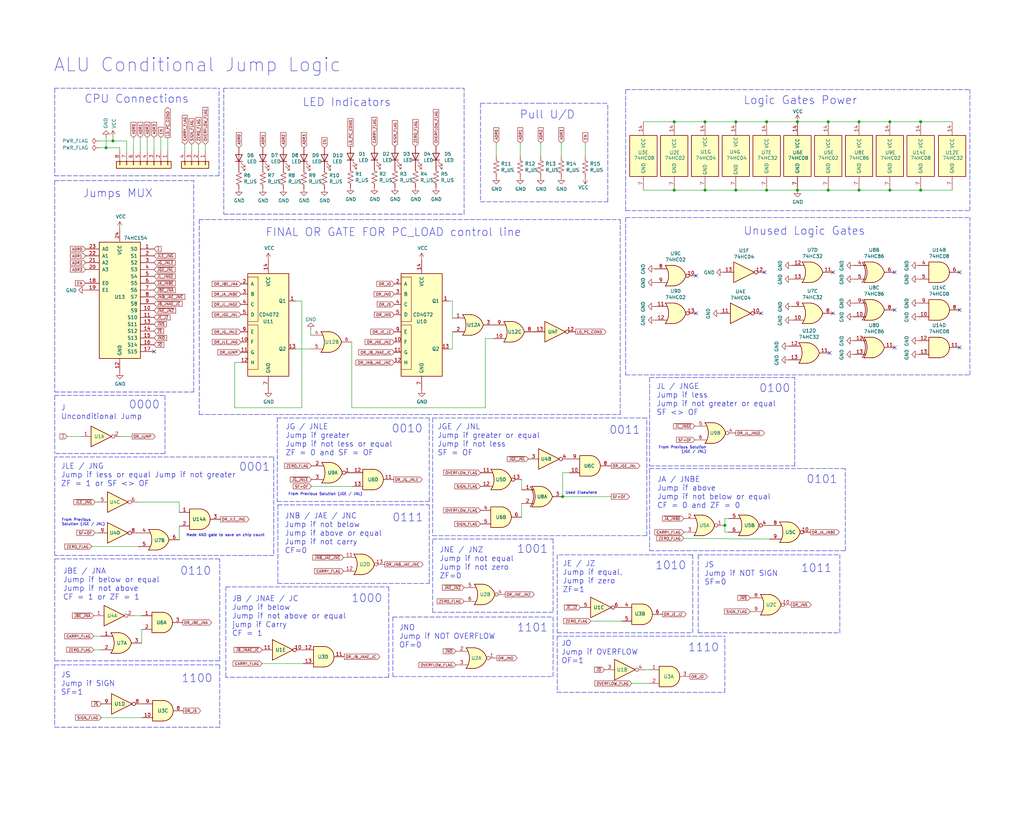
<source format=kicad_sch>
(kicad_sch (version 20211123) (generator eeschema)
  (paper "User" 380.009 310.007)
  (title_block (title "Conditional Jump Logic - ALU") (date "2022-07-19") (rev "v2") (company "Trilobyte CPU"))
  (junction (at 250.19 45.212))
  (junction (at 39.37 54.864))
  (junction (at 307.34 70.612))
  (junction (at 330.2 45.212))
  (junction (at 318.77 45.212))
  (junction (at 295.91 45.212))
  (junction (at 341.63 70.612))
  (junction (at 341.63 45.212))
  (junction (at 268.986 195.072))
  (junction (at 208.788 184.404))
  (junction (at 250.19 70.612))
  (junction (at 307.34 45.212))
  (junction (at 284.48 45.212))
  (junction (at 273.05 45.212))
  (junction (at 273.05 70.612))
  (junction (at 330.2 70.612))
  (junction (at 284.48 70.612))
  (junction (at 261.62 70.612))
  (junction (at 318.77 70.612))
  (junction (at 295.91 70.612))
  (junction (at 261.62 45.212))
  (junction (at 41.91 52.324))
  (no_connect (at 331.978 115.062))
  (no_connect (at 331.978 101.092))
  (no_connect (at 356.108 129.032))
  (no_connect (at 309.118 101.092))
  (no_connect (at 356.108 101.092))
  (no_connect (at 258.318 102.362))
  (no_connect (at 307.848 131.064))
  (no_connect (at 283.718 101.092))
  (no_connect (at 258.318 116.332))
  (no_connect (at 57.15 130.556))
  (no_connect (at 309.118 116.332))
  (no_connect (at 356.108 115.062))
  (no_connect (at 282.448 116.332))
  (no_connect (at 331.978 129.032))
  (wire (pts (xy 115.316 122.428) (xy 115.316 124.46)))
  (polyline (pts (xy 241.046 140.208) (xy 294.894 140.208)))
  (wire (pts (xy 39.37 54.864) (xy 39.37 51.054)))
  (wire (pts (xy 285.496 200.152) (xy 253.746 199.898)))
  (polyline (pts (xy 200.66 38.354) (xy 225.552 38.354)))
  (polyline (pts (xy 20.32 67.056) (xy 20.32 145.542)))
  (wire (pts (xy 238.76 70.612) (xy 250.19 70.612)))
  (wire (pts (xy 261.62 70.612) (xy 273.05 70.612)))
  (wire (pts (xy 62.23 51.054) (xy 62.23 56.134)))
  (polyline (pts (xy 200.66 38.354) (xy 178.308 38.354)))
  (polyline (pts (xy 206.756 236.22) (xy 268.986 236.22)))
  (wire (pts (xy 193.548 181.864) (xy 193.548 178.054)))
  (polyline (pts (xy 206.756 257.048) (xy 268.986 257.048)))
  (wire (pts (xy 87.122 151.384) (xy 87.122 134.62)))
  (polyline (pts (xy 81.534 270.002) (xy 20.32 270.002)))
  (wire (pts (xy 341.63 70.612) (xy 330.2 70.612)))
  (polyline (pts (xy 51.562 32.766) (xy 20.32 32.766)))
  (polyline (pts (xy 160.528 155.194) (xy 240.03 155.194)))
  (polyline (pts (xy 101.6 169.672) (xy 101.6 206.248)))
  (wire (pts (xy 41.91 52.324) (xy 46.99 52.324)))
  (polyline (pts (xy 20.32 67.056) (xy 71.882 67.056)))
  (wire (pts (xy 34.798 236.22) (xy 37.338 236.22)))
  (polyline (pts (xy 20.32 65.278) (xy 81.28 65.278)))
  (wire (pts (xy 268.986 195.072) (xy 268.986 197.612)))
  (polyline (pts (xy 83.82 251.46) (xy 83.82 217.932)))
  (wire (pts (xy 109.728 129.54) (xy 115.316 129.54)))
  (polyline (pts (xy 206.756 205.994) (xy 206.756 234.95)))
  (wire (pts (xy 268.986 197.612) (xy 270.256 197.612)))
  (polyline (pts (xy 83.058 79.502) (xy 172.212 79.502)))
  (wire (pts (xy 87.122 134.62) (xy 89.408 134.62)))
  (polyline (pts (xy 81.28 65.278) (xy 81.28 32.766)))
  (wire (pts (xy 211.328 175.514) (xy 208.788 175.514)))
  (polyline (pts (xy 145.796 229.108) (xy 205.232 229.108)))
  (polyline (pts (xy 313.69 204.47) (xy 313.69 173.99)))
  (polyline (pts (xy 160.528 200.152) (xy 205.232 200.152)))
  (wire (pts (xy 34.036 202.946) (xy 51.308 202.946)))
  (polyline (pts (xy 206.756 236.22) (xy 206.756 257.048)))
  (polyline (pts (xy 61.214 146.812) (xy 61.214 168.402)))
  (polyline (pts (xy 102.87 155.194) (xy 102.87 186.182)))
  (wire (pts (xy 35.306 197.866) (xy 36.068 197.866)))
  (wire (pts (xy 295.91 45.212) (xy 307.34 45.212)))
  (wire (pts (xy 295.91 70.612) (xy 307.34 70.612)))
  (wire (pts (xy 109.728 111.76) (xy 112.014 111.76)))
  (wire (pts (xy 268.986 192.532) (xy 270.256 192.532)))
  (wire (pts (xy 261.62 45.212) (xy 273.05 45.212)))
  (polyline (pts (xy 20.32 146.812) (xy 20.32 168.402)))
  (polyline (pts (xy 20.32 169.672) (xy 20.32 201.676)))
  (polyline (pts (xy 20.32 206.248) (xy 20.32 200.914)))
  (polyline (pts (xy 146.304 32.766) (xy 83.058 32.766)))
  (wire (pts (xy 76.2 53.594) (xy 76.2 56.134)))
  (wire (pts (xy 29.972 162.052) (xy 24.892 162.052)))
  (polyline (pts (xy 232.156 80.772) (xy 232.156 139.192)))
  (polyline (pts (xy 230.124 153.924) (xy 230.124 81.534)))
  (polyline (pts (xy 240.03 198.882) (xy 240.03 155.194)))
  (polyline (pts (xy 206.756 234.95) (xy 257.048 234.95)))
  (polyline (pts (xy 178.308 38.354) (xy 178.308 74.93)))
  (wire (pts (xy 219.202 230.632) (xy 230.632 230.632)))
  (polyline (pts (xy 241.046 204.47) (xy 313.69 204.47)))
  (polyline (pts (xy 20.32 207.518) (xy 20.32 245.364)))
  (polyline (pts (xy 311.658 234.95) (xy 311.658 205.994)))
  (polyline (pts (xy 20.32 145.542) (xy 71.882 145.542)))
  (wire (pts (xy 193.548 186.944) (xy 193.548 192.024)))
  (polyline (pts (xy 146.304 32.766) (xy 172.212 32.766)))
  (wire (pts (xy 167.894 111.76) (xy 167.894 118.11)))
  (wire (pts (xy 112.014 111.76) (xy 112.014 151.384)))
  (wire (pts (xy 200.66 53.086) (xy 200.66 58.166)))
  (polyline (pts (xy 159.258 186.182) (xy 159.258 155.194)))
  (polyline (pts (xy 83.058 32.766) (xy 83.058 79.502)))
  (wire (pts (xy 273.05 45.212) (xy 284.48 45.212)))
  (polyline (pts (xy 144.272 251.46) (xy 83.82 251.46)))
  (wire (pts (xy 166.624 111.76) (xy 167.894 111.76)))
  (polyline (pts (xy 232.156 78.232) (xy 359.918 78.232)))
  (polyline (pts (xy 20.32 207.518) (xy 81.534 207.518)))
  (polyline (pts (xy 103.124 187.452) (xy 103.124 216.662)))
  (polyline (pts (xy 259.08 234.95) (xy 311.658 234.95)))
  (polyline (pts (xy 294.894 172.974) (xy 294.894 140.208)))
  (polyline (pts (xy 232.156 33.274) (xy 232.156 78.232)))
  (wire (pts (xy 44.45 56.134) (xy 44.45 54.864)))
  (polyline (pts (xy 178.308 74.93) (xy 225.552 74.93)))
  (wire (pts (xy 130.556 151.384) (xy 180.086 151.384)))
  (polyline (pts (xy 81.534 246.888) (xy 81.534 270.002)))
  (wire (pts (xy 73.66 53.594) (xy 73.66 56.134)))
  (polyline (pts (xy 159.258 216.662) (xy 159.258 187.452)))
  (wire (pts (xy 68.58 53.594) (xy 68.58 56.134)))
  (wire (pts (xy 37.592 266.446) (xy 52.832 266.446)))
  (polyline (pts (xy 20.32 246.888) (xy 20.32 270.002)))
  (polyline (pts (xy 20.32 146.812) (xy 61.214 146.812)))
  (wire (pts (xy 184.15 53.086) (xy 184.15 58.166)))
  (wire (pts (xy 284.48 70.612) (xy 273.05 70.612)))
  (polyline (pts (xy 241.046 140.208) (xy 241.046 172.974)))
  (polyline (pts (xy 232.156 80.772) (xy 359.918 80.772)))
  (wire (pts (xy 284.48 45.212) (xy 295.91 45.212)))
  (wire (pts (xy 238.76 45.212) (xy 250.19 45.212)))
  (wire (pts (xy 36.83 54.864) (xy 39.37 54.864)))
  (wire (pts (xy 46.99 52.324) (xy 46.99 56.134)))
  (wire (pts (xy 130.556 127) (xy 130.556 151.384)))
  (polyline (pts (xy 232.156 139.192) (xy 359.918 139.192)))
  (wire (pts (xy 52.07 51.054) (xy 52.07 56.134)))
  (wire (pts (xy 36.068 186.436) (xy 35.306 186.436)))
  (polyline (pts (xy 257.048 205.994) (xy 206.756 205.994)))
  (polyline (pts (xy 205.232 200.152) (xy 205.232 227.33)))
  (polyline (pts (xy 160.528 198.882) (xy 240.03 198.882)))
  (wire (pts (xy 71.12 53.594) (xy 71.12 56.134)))
  (polyline (pts (xy 225.552 74.93) (xy 225.552 38.354)))
  (polyline (pts (xy 102.87 186.182) (xy 159.258 186.182)))
  (wire (pts (xy 49.53 51.054) (xy 49.53 56.134)))
  (polyline (pts (xy 20.32 245.364) (xy 81.534 245.364)))
  (polyline (pts (xy 102.87 155.194) (xy 159.258 155.194)))
  (polyline (pts (xy 257.048 234.95) (xy 257.048 205.994)))
  (wire (pts (xy 97.282 246.38) (xy 112.522 246.38)))
  (wire (pts (xy 250.19 70.612) (xy 261.62 70.612)))
  (wire (pts (xy 54.61 51.054) (xy 54.61 56.134)))
  (wire (pts (xy 57.15 51.054) (xy 57.15 56.134)))
  (polyline (pts (xy 20.32 246.888) (xy 81.534 246.888)))
  (polyline (pts (xy 359.918 78.232) (xy 359.918 33.274)))
  (polyline (pts (xy 51.308 32.766) (xy 81.28 32.766)))
  (polyline (pts (xy 71.882 145.542) (xy 71.882 67.056)))
  (polyline (pts (xy 268.986 257.048) (xy 268.986 236.22)))
  (wire (pts (xy 167.894 123.19) (xy 167.894 129.54)))
  (wire (pts (xy 193.04 53.086) (xy 193.04 58.166)))
  (polyline (pts (xy 101.346 169.672) (xy 20.32 169.672)))
  (polyline (pts (xy 103.124 216.662) (xy 159.258 216.662)))
  (wire (pts (xy 45.212 162.052) (xy 49.022 162.052)))
  (wire (pts (xy 226.822 184.404) (xy 208.788 184.404)))
  (polyline (pts (xy 144.272 217.932) (xy 144.272 251.46)))
  (wire (pts (xy 226.822 172.974) (xy 226.568 172.974)))
  (wire (pts (xy 234.442 253.746) (xy 240.792 253.746)))
  (wire (pts (xy 66.548 186.436) (xy 66.548 190.246)))
  (wire (pts (xy 180.086 125.73) (xy 183.134 125.73)))
  (polyline (pts (xy 205.232 251.206) (xy 205.232 229.108)))
  (polyline (pts (xy 160.528 155.194) (xy 160.528 198.882)))
  (polyline (pts (xy 145.796 251.206) (xy 205.232 251.206)))
  (polyline (pts (xy 259.08 205.994) (xy 259.08 234.95)))
  (polyline (pts (xy 241.046 173.99) (xy 313.69 173.99)))
  (polyline (pts (xy 81.534 245.364) (xy 81.534 207.518)))
  (polyline (pts (xy 103.124 187.452) (xy 159.258 187.452)))
  (wire (pts (xy 318.77 70.612) (xy 307.34 70.612)))
  (wire (pts (xy 330.2 70.612) (xy 318.77 70.612)))
  (polyline (pts (xy 172.212 79.502) (xy 172.212 32.766)))
  (wire (pts (xy 36.83 52.324) (xy 41.91 52.324)))
  (wire (pts (xy 307.34 45.212) (xy 318.77 45.212)))
  (polyline (pts (xy 232.156 33.274) (xy 359.918 33.274)))
  (wire (pts (xy 341.63 45.212) (xy 353.314 45.212)))
  (polyline (pts (xy 61.214 168.402) (xy 20.32 168.402)))
  (wire (pts (xy 51.308 186.436) (xy 66.548 186.436)))
  (wire (pts (xy 44.45 54.864) (xy 39.37 54.864)))
  (wire (pts (xy 112.014 151.384) (xy 87.122 151.384)))
  (polyline (pts (xy 101.6 206.248) (xy 20.32 206.248)))
  (wire (pts (xy 208.28 53.086) (xy 208.28 58.166)))
  (polyline (pts (xy 73.914 81.534) (xy 230.124 81.534)))
  (polyline (pts (xy 241.046 173.99) (xy 241.046 204.47)))
  (polyline (pts (xy 83.82 217.932) (xy 144.272 217.932)))
  (wire (pts (xy 284.48 70.612) (xy 295.91 70.612)))
  (wire (pts (xy 180.086 151.384) (xy 180.086 125.73)))
  (polyline (pts (xy 73.914 153.924) (xy 230.124 153.924)))
  (polyline (pts (xy 20.32 32.766) (xy 20.32 65.278)))
  (polyline (pts (xy 145.796 229.108) (xy 145.796 251.206)))
  (polyline (pts (xy 259.08 205.994) (xy 311.658 205.994)))
  (wire (pts (xy 250.19 45.212) (xy 261.62 45.212)))
  (wire (pts (xy 52.578 233.68) (xy 52.578 238.76)))
  (polyline (pts (xy 241.046 172.974) (xy 294.894 172.974)))
  (polyline (pts (xy 205.232 227.33) (xy 160.528 227.33)))
  (wire (pts (xy 208.788 175.514) (xy 208.788 184.404)))
  (polyline (pts (xy 73.914 81.534) (xy 73.914 153.924)))
  (wire (pts (xy 59.69 51.054) (xy 59.69 56.134)))
  (wire (pts (xy 330.2 45.212) (xy 341.63 45.212)))
  (wire (pts (xy 318.77 45.212) (xy 330.2 45.212)))
  (wire (pts (xy 41.91 51.054) (xy 41.91 52.324)))
  (polyline (pts (xy 160.528 227.33) (xy 160.528 200.152)))
  (wire (pts (xy 66.548 195.326) (xy 66.548 200.406)))
  (wire (pts (xy 115.57 180.594) (xy 130.81 180.594)))
  (wire (pts (xy 217.17 53.086) (xy 217.17 58.166)))
  (wire (pts (xy 239.522 248.666) (xy 240.792 248.666)))
  (polyline (pts (xy 359.918 139.192) (xy 359.918 80.772)))
  (wire (pts (xy 341.63 70.612) (xy 353.314 70.612)))
  (wire (pts (xy 34.798 241.3) (xy 37.338 241.3)))
  (wire (pts (xy 167.894 129.54) (xy 166.624 129.54)))
  (wire (pts (xy 268.986 192.532) (xy 268.986 195.072)))
  (wire (pts (xy 50.038 228.6) (xy 52.578 228.6)))
  (text "JE / JZ\nJump if equal,\nJump if zero\nZF=1" (at 208.788 220.218 0) (effects (font (size 2 2)) (justify left bottom)))
  (text "1000" (at 130.302 224.028 0) (effects (font (size 2.9972 2.9972)) (justify left bottom)))
  (text "1100" (at 67.31 253.746 0) (effects (font (size 2.9972 2.9972)) (justify left bottom)))
  (text "0000" (at 47.752 152.146 0) (effects (font (size 2.9972 2.9972)) (justify left bottom)))
  (text "Used Elsewhere" (at 209.804 183.642 0) (effects (font (size 0.9906 0.9906)) (justify left bottom)))
  (text "ALU Conditional Jump Logic" (at 19.812 27.178 0) (effects (font (size 5 5)) (justify left bottom)))
  (text "JS\nJump if NOT SIGN\nSF=0" (at 261.366 217.424 0) (effects (font (size 2 2)) (justify left bottom)))
  (text "From Previous \nSolution (JGE / JNL)" (at 22.86 195.326 0) (effects (font (size 0.9906 0.9906)) (justify left bottom)))
  (text "JA / JNBE\nJump if above\nJump if not below or equal\nCF = 0 and ZF = 0" (at 243.84 188.976 0) (effects (font (size 2 2)) (justify left bottom)))
  (text "0111" (at 145.542 194.056 0) (effects (font (size 2.9972 2.9972)) (justify left bottom)))
  (text "JGE / JNL\nJump if greater or equal\nJump if not less\nSF = OF" (at 162.306 169.418 0) (effects (font (size 2 2)) (justify left bottom)))
  (text "JLE / JNG\nJump if less or equal Jump if not greater\nZF = 1 or SF <> OF" (at 22.606 180.848 0) (effects (font (size 2 2)) (justify left bottom)))
  (text "From Previous Solution (JGE / JNL)" (at 106.934 184.15 0) (effects (font (size 0.9906 0.9906)) (justify left bottom)))
  (text "0010" (at 145.288 161.036 0) (effects (font (size 2.9972 2.9972)) (justify left bottom)))
  (text "1001" (at 191.77 205.74 0) (effects (font (size 2.9972 2.9972)) (justify left bottom)))
  (text "JS\nJump if SIGN\nSF=1" (at 22.606 258.318 0) (effects (font (size 2 2)) (justify left bottom)))
  (text "1101" (at 191.77 234.95 0) (effects (font (size 2.9972 2.9972)) (justify left bottom)))
  (text "JB / JNAE / JC\nJump if below\nJump if not above or equal\njump if Carry\nCF = 1" (at 86.106 236.474 0) (effects (font (size 2 2)) (justify left bottom)))
  (text "From Previous Solution\n(JGE / JNL)" (at 262.128 168.402 180) (effects (font (size 0.9906 0.9906)) (justify right bottom)))
  (text "JNB / JAE / JNC\nJump if not below\nJump if above or equal\nJump if not carry\nCF=0" (at 105.664 205.74 0) (effects (font (size 2 2)) (justify left bottom)))
  (text "Pull U/D" (at 192.786 44.45 0) (effects (font (size 2.9972 2.9972)) (justify left bottom)))
  (text "Unused Logic Gates" (at 275.844 87.63 0) (effects (font (size 2.9972 2.9972)) (justify left bottom)))
  (text "0100" (at 281.686 146.05 0) (effects (font (size 2.9972 2.9972)) (justify left bottom)))
  (text "JNE / JNZ\nJump if not equal\nJump if not zero\nZF=0" (at 163.068 215.138 0) (effects (font (size 2 2)) (justify left bottom)))
  (text "JG / JNLE\nJump if greater\nJump if not less or equal\nZF = 0 and SF = OF" (at 105.918 169.418 0) (effects (font (size 2 2)) (justify left bottom)))
  (text "JBE / JNA\nJump if below or equal\nJump if not above\nCF = 1 or ZF = 1" (at 23.368 223.012 0) (effects (font (size 2 2)) (justify left bottom)))
  (text "J\nUnconditional Jump\n" (at 22.606 155.956 0) (effects (font (size 2 2)) (justify left bottom)))
  (text "Made AND gate to save on chip count" (at 69.088 199.39 0) (effects (font (size 0.9906 0.9906)) (justify left bottom)))
  (text "Logic Gates Power" (at 275.844 39.116 0) (effects (font (size 2.9972 2.9972)) (justify left bottom)))
  (text "0001" (at 88.646 175.26 0) (effects (font (size 2.9972 2.9972)) (justify left bottom)))
  (text "JNO\nJump if NOT OVERFLOW\nOF=0" (at 148.082 240.792 0) (effects (font (size 2 2)) (justify left bottom)))
  (text "LED Indicators" (at 112.268 39.878 0) (effects (font (size 2.9972 2.9972)) (justify left bottom)))
  (text "CPU Connections" (at 31.242 38.608 0) (effects (font (size 2.9972 2.9972)) (justify left bottom)))
  (text "1011" (at 297.18 212.852 0) (effects (font (size 2.9972 2.9972)) (justify left bottom)))
  (text "FINAL OR GATE FOR PC_LOAD control line" (at 98.552 88.138 0) (effects (font (size 2.9972 2.9972)) (justify left bottom)))
  (text "Jumps MUX" (at 30.734 73.66 0) (effects (font (size 2.9972 2.9972)) (justify left bottom)))
  (text "1010" (at 243.078 211.836 0) (effects (font (size 2.9972 2.9972)) (justify left bottom)))
  (text "0011" (at 226.06 161.544 0) (effects (font (size 2.9972 2.9972)) (justify left bottom)))
  (text "JL / JNGE\nJump if less\nJump if not greater or equal\nSF <> OF" (at 243.586 154.432 0) (effects (font (size 2 2)) (justify left bottom)))
  (text "0101" (at 299.212 179.832 0) (effects (font (size 2.9972 2.9972)) (justify left bottom)))
  (text "1110" (at 255.27 242.316 0) (effects (font (size 2.9972 2.9972)) (justify left bottom)))
  (text "0110" (at 66.802 213.868 0) (effects (font (size 2.9972 2.9972)) (justify left bottom)))
  (text "JO\nJump if OVERFLOW\nOF=1" (at 208.28 246.634 0) (effects (font (size 2 2)) (justify left bottom)))
  (global_label "~{JB_JNAE_JC}" (shape input) (at 97.282 241.3 180) (effects (font (size 0.9906 0.9906))) (property "Intersheet References" "${INTERSHEET_REFS}" (effects hide)))
  (global_label "OR_JS" (shape output) (at 68.072 263.906 0) (effects (font (size 0.9906 0.9906))) (property "Intersheet References" "${INTERSHEET_REFS}" (effects hide)))
  (global_label "OR_JNB_JAE_JNC" (shape output) (at 142.748 209.55 0) (effects (font (size 0.9906 0.9906))) (property "Intersheet References" "${INTERSHEET_REFS}" (effects hide)))
  (global_label "OVERFLOW_FLAG" (shape input) (at 178.308 175.514 180) (effects (font (size 0.9906 0.9906))) (property "Intersheet References" "${INTERSHEET_REFS}" (effects hide)))
  (global_label "OVERFLOW_FLAG" (shape input) (at 178.308 189.484 180) (effects (font (size 0.9906 0.9906))) (property "Intersheet References" "${INTERSHEET_REFS}" (effects hide)))
  (global_label "OR_JNS" (shape input) (at 146.304 116.84 180) (effects (font (size 0.9906 0.9906))) (property "Intersheet References" "${INTERSHEET_REFS}" (effects hide)))
  (global_label "OR_JA_JNBE" (shape input) (at 89.408 109.22 180) (effects (font (size 0.9906 0.9906))) (property "Intersheet References" "${INTERSHEET_REFS}" (effects hide)))
  (global_label "ZERO_FLAG" (shape input) (at 73.66 53.594 90) (effects (font (size 0.9906 0.9906))) (property "Intersheet References" "${INTERSHEET_REFS}" (effects hide)))
  (global_label "OR_JO" (shape input) (at 146.304 105.41 180) (effects (font (size 0.9906 0.9906))) (property "Intersheet References" "${INTERSHEET_REFS}" (effects hide)))
  (global_label "SF=OF" (shape input) (at 115.57 180.594 180) (effects (font (size 0.9906 0.9906))) (property "Intersheet References" "${INTERSHEET_REFS}" (effects hide)))
  (global_label "SIGN_FLAG" (shape input) (at 278.384 227.076 180) (effects (font (size 0.9906 0.9906))) (property "Intersheet References" "${INTERSHEET_REFS}" (effects hide)))
  (global_label "OVERFLOW_FLAG" (shape input) (at 234.442 253.746 180) (effects (font (size 0.9906 0.9906))) (property "Intersheet References" "${INTERSHEET_REFS}" (effects hide)))
  (global_label "SIGN_FLAG" (shape input) (at 37.592 266.446 180) (effects (font (size 0.9906 0.9906))) (property "Intersheet References" "${INTERSHEET_REFS}" (effects hide)))
  (global_label "OR_JBE_JNA" (shape input) (at 89.408 105.41 180) (effects (font (size 0.9906 0.9906))) (property "Intersheet References" "${INTERSHEET_REFS}" (effects hide)))
  (global_label "OR_JO" (shape output) (at 256.032 251.206 0) (effects (font (size 0.9906 0.9906))) (property "Intersheet References" "${INTERSHEET_REFS}" (effects hide)))
  (global_label "ZERO_FLAG" (shape input) (at 253.746 199.898 180) (effects (font (size 0.9906 0.9906))) (property "Intersheet References" "${INTERSHEET_REFS}" (effects hide)))
  (global_label "OR_JL_JNGE" (shape output) (at 273.05 160.782 0) (effects (font (size 0.9906 0.9906))) (property "Intersheet References" "${INTERSHEET_REFS}" (effects hide)))
  (global_label "CARRY_FLAG" (shape input) (at 97.282 246.38 180) (effects (font (size 0.9906 0.9906))) (property "Intersheet References" "${INTERSHEET_REFS}" (effects hide)))
  (global_label "SF=OF" (shape output) (at 226.822 184.404 0) (effects (font (size 0.9906 0.9906))) (property "Intersheet References" "${INTERSHEET_REFS}" (effects hide)))
  (global_label "CARRY_FLAG" (shape input) (at 138.938 54.356 90) (effects (font (size 0.9906 0.9906))) (property "Intersheet References" "${INTERSHEET_REFS}" (effects hide)))
  (global_label "CARRY_FLAG" (shape input) (at 253.746 197.612 180) (effects (font (size 0.9906 0.9906))) (property "Intersheet References" "${INTERSHEET_REFS}" (effects hide)))
  (global_label "OR_JNE_JNZ" (shape input) (at 146.304 127 180) (effects (font (size 0.9906 0.9906))) (property "Intersheet References" "${INTERSHEET_REFS}" (effects hide)))
  (global_label "SIGN_FLAG" (shape input) (at 178.308 194.564 180) (effects (font (size 0.9906 0.9906))) (property "Intersheet References" "${INTERSHEET_REFS}" (effects hide)))
  (global_label "OR_JBE_JNA" (shape output) (at 67.818 231.14 0) (effects (font (size 0.9906 0.9906))) (property "Intersheet References" "${INTERSHEET_REFS}" (effects hide)))
  (global_label "ADR2" (shape input) (at 54.61 51.054 90) (effects (font (size 0.9906 0.9906))) (property "Intersheet References" "${INTERSHEET_REFS}" (effects hide)))
  (global_label "OVERFLOW_FLAG" (shape input) (at 169.164 246.888 180) (effects (font (size 0.9906 0.9906))) (property "Intersheet References" "${INTERSHEET_REFS}" (effects hide)))
  (global_label "~{JL_JNGE}" (shape input) (at 257.81 158.242 180) (effects (font (size 0.9906 0.9906))) (property "Intersheet References" "${INTERSHEET_REFS}" (effects hide)))
  (global_label "ADR3" (shape input) (at 112.776 54.864 90) (effects (font (size 0.9906 0.9906))) (property "Intersheet References" "${INTERSHEET_REFS}" (effects hide)))
  (global_label "EN" (shape input) (at 59.69 51.054 90) (effects (font (size 0.9906 0.9906))) (property "Intersheet References" "${INTERSHEET_REFS}" (effects hide)))
  (global_label "LD_PC_COND" (shape output) (at 213.614 123.19 0) (effects (font (size 0.9906 0.9906))) (property "Intersheet References" "${INTERSHEET_REFS}" (effects hide)))
  (global_label "OR_JG_JNLE" (shape output) (at 146.05 178.054 0) (effects (font (size 0.9906 0.9906))) (property "Intersheet References" "${INTERSHEET_REFS}" (effects hide)))
  (global_label "OR_JNS" (shape output) (at 293.624 224.536 0) (effects (font (size 0.9906 0.9906))) (property "Intersheet References" "${INTERSHEET_REFS}" (effects hide)))
  (global_label "~{JNS}" (shape input) (at 278.384 221.996 180) (effects (font (size 0.9906 0.9906))) (property "Intersheet References" "${INTERSHEET_REFS}" (effects hide)))
  (global_label "ZERO_FLAG" (shape input) (at 219.202 230.632 180) (effects (font (size 0.9906 0.9906))) (property "Intersheet References" "${INTERSHEET_REFS}" (effects hide)))
  (global_label "ZERO_FLAG" (shape input) (at 154.178 54.356 90) (effects (font (size 0.9906 0.9906))) (property "Intersheet References" "${INTERSHEET_REFS}" (effects hide)))
  (global_label "SF=OF" (shape input) (at 35.306 197.866 180) (effects (font (size 0.9906 0.9906))) (property "Intersheet References" "${INTERSHEET_REFS}" (effects hide)))
  (global_label "~{JNO}" (shape input) (at 169.164 241.808 180) (effects (font (size 0.9906 0.9906))) (property "Intersheet References" "${INTERSHEET_REFS}" (effects hide)))
  (global_label "ADR2" (shape input) (at 200.66 53.086 90) (effects (font (size 0.9906 0.9906))) (property "Intersheet References" "${INTERSHEET_REFS}" (effects hide)))
  (global_label "ADR0" (shape input) (at 184.15 53.086 90) (effects (font (size 0.9906 0.9906))) (property "Intersheet References" "${INTERSHEET_REFS}" (effects hide)))
  (global_label "SIGN_FLAG" (shape input) (at 71.12 53.594 90) (effects (font (size 0.9906 0.9906))) (property "Intersheet References" "${INTERSHEET_REFS}" (effects hide)))
  (global_label "~{J}" (shape input) (at 24.892 162.052 180) (effects (font (size 0.9906 0.9906))) (property "Intersheet References" "${INTERSHEET_REFS}" (effects hide)))
  (global_label "~{JLE_JNG}" (shape input) (at 35.306 186.436 180) (effects (font (size 0.9906 0.9906))) (property "Intersheet References" "${INTERSHEET_REFS}" (effects hide)))
  (global_label "OR_JB_JNAE_JC" (shape output) (at 127.762 243.84 0) (effects (font (size 0.9906 0.9906))) (property "Intersheet References" "${INTERSHEET_REFS}" (effects hide)))
  (global_label "~{JB_JNAE_JC}" (shape input) (at 57.15 112.776 0) (effects (font (size 0.9906 0.9906))) (property "Intersheet References" "${INTERSHEET_REFS}" (effects hide)))
  (global_label "ADR2" (shape input) (at 105.156 54.864 90) (effects (font (size 0.9906 0.9906))) (property "Intersheet References" "${INTERSHEET_REFS}" (effects hide)))
  (global_label "~{JA_JNBE}" (shape input) (at 253.746 192.532 180) (effects (font (size 0.9906 0.9906))) (property "Intersheet References" "${INTERSHEET_REFS}" (effects hide)))
  (global_label "EN" (shape input) (at 217.17 53.086 90) (effects (font (size 0.9906 0.9906))) (property "Intersheet References" "${INTERSHEET_REFS}" (effects hide)))
  (global_label "OR_JUMP" (shape input) (at 89.408 130.81 180) (effects (font (size 0.9906 0.9906))) (property "Intersheet References" "${INTERSHEET_REFS}" (effects hide)))
  (global_label "~{JGE_JNL}" (shape input) (at 196.088 170.434 180) (effects (font (size 0.9906 0.9906))) (property "Intersheet References" "${INTERSHEET_REFS}" (effects hide)))
  (global_label "~{JO}" (shape input) (at 224.282 248.666 180) (effects (font (size 0.9906 0.9906))) (property "Intersheet References" "${INTERSHEET_REFS}" (effects hide)))
  (global_label "ADR3" (shape input) (at 208.28 53.086 90) (effects (font (size 0.9906 0.9906))) (property "Intersheet References" "${INTERSHEET_REFS}" (effects hide)))
  (global_label "OR_JLE_JNG" (shape output) (at 81.788 192.786 0) (effects (font (size 0.9906 0.9906))) (property "Intersheet References" "${INTERSHEET_REFS}" (effects hide)))
  (global_label "OR_JNO" (shape input) (at 146.304 109.22 180) (effects (font (size 0.9906 0.9906))) (property "Intersheet References" "${INTERSHEET_REFS}" (effects hide)))
  (global_label "~{JNB_JAE_JNC}" (shape input) (at 57.15 110.236 0) (effects (font (size 0.9906 0.9906))) (property "Intersheet References" "${INTERSHEET_REFS}" (effects hide)))
  (global_label "OR_JNE_JNZ" (shape output) (at 187.452 220.726 0) (effects (font (size 0.9906 0.9906))) (property "Intersheet References" "${INTERSHEET_REFS}" (effects hide)))
  (global_label "CARRY_FLAG" (shape input) (at 34.798 236.22 180) (effects (font (size 0.9906 0.9906))) (property "Intersheet References" "${INTERSHEET_REFS}" (effects hide)))
  (global_label "OR_JNB_JAE_JNC" (shape input) (at 146.304 134.62 180) (effects (font (size 0.9906 0.9906))) (property "Intersheet References" "${INTERSHEET_REFS}" (effects hide)))
  (global_label "~{JLE_JNG}" (shape input) (at 57.15 94.996 0) (effects (font (size 0.9906 0.9906))) (property "Intersheet References" "${INTERSHEET_REFS}" (effects hide)))
  (global_label "OR_JGE_JNL" (shape input) (at 89.408 116.84 180) (effects (font (size 0.9906 0.9906))) (property "Intersheet References" "${INTERSHEET_REFS}" (effects hide)))
  (global_label "ADR0" (shape input) (at 88.646 54.864 90) (effects (font (size 0.9906 0.9906))) (property "Intersheet References" "${INTERSHEET_REFS}" (effects hide)))
  (global_label "~{JA_JNBE}" (shape input) (at 57.15 105.156 0) (effects (font (size 0.9906 0.9906))) (property "Intersheet References" "${INTERSHEET_REFS}" (effects hide)))
  (global_label "ADR3" (shape input) (at 57.15 51.054 90) (effects (font (size 0.9906 0.9906))) (property "Intersheet References" "${INTERSHEET_REFS}" (effects hide)))
  (global_label "~{JE_JZ}" (shape input) (at 215.392 225.552 180) (effects (font (size 0.9906 0.9906))) (property "Intersheet References" "${INTERSHEET_REFS}" (effects hide)))
  (global_label "ADR1" (shape input) (at 31.75 94.996 180) (effects (font (size 0.9906 0.9906))) (property "Intersheet References" "${INTERSHEET_REFS}" (effects hide)))
  (global_label "ZERO_FLAG" (shape input) (at 34.036 202.946 180) (effects (font (size 0.9906 0.9906))) (property "Intersheet References" "${INTERSHEET_REFS}" (effects hide)))
  (global_label "OR_JGE_JNL" (shape output) (at 226.822 172.974 0) (effects (font (size 0.9906 0.9906))) (property "Intersheet References" "${INTERSHEET_REFS}" (effects hide)))
  (global_label "~{JNB_JAE_JNC}" (shape input) (at 127.508 207.01 180) (effects (font (size 0.9906 0.9906))) (property "Intersheet References" "${INTERSHEET_REFS}" (effects hide)))
  (global_label "ADR1" (shape input) (at 193.04 53.086 90) (effects (font (size 0.9906 0.9906))) (property "Intersheet References" "${INTERSHEET_REFS}" (effects hide)))
  (global_label "OR_JG_JNLE" (shape input) (at 89.408 123.19 180) (effects (font (size 0.9906 0.9906))) (property "Intersheet References" "${INTERSHEET_REFS}" (effects hide)))
  (global_label "EN" (shape input) (at 31.75 105.156 180) (effects (font (size 0.9906 0.9906))) (property "Intersheet References" "${INTERSHEET_REFS}" (effects hide)))
  (global_label "ZERO_FLAG" (shape input) (at 115.57 172.974 180) (effects (font (size 0.9906 0.9906))) (property "Intersheet References" "${INTERSHEET_REFS}" (effects hide)))
  (global_label "~{JS}" (shape input) (at 57.15 122.936 0) (effects (font (size 0.9906 0.9906))) (property "Intersheet References" "${INTERSHEET_REFS}" (effects hide)))
  (global_label "OVERFLOW_FLAG" (shape input) (at 76.2 53.594 90) (effects (font (size 0.9906 0.9906))) (property "Intersheet References" "${INTERSHEET_REFS}" (effects hide)))
  (global_label "~{JGE_JNL}" (shape input) (at 57.15 100.076 0) (effects (font (size 0.9906 0.9906))) (property "Intersheet References" "${INTERSHEET_REFS}" (effects hide)))
  (global_label "~{JS}" (shape input) (at 37.592 261.366 180) (effects (font (size 0.9906 0.9906))) (property "Intersheet References" "${INTERSHEET_REFS}" (effects hide)))
  (global_label "ZERO_FLAG" (shape input) (at 172.212 223.266 180) (effects (font (size 0.9906 0.9906))) (property "Intersheet References" "${INTERSHEET_REFS}" (effects hide)))
  (global_label "ADR1" (shape input) (at 52.07 51.054 90) (effects (font (size 0.9906 0.9906))) (property "Intersheet References" "${INTERSHEET_REFS}" (effects hide)))
  (global_label "OVERFLOW_FLAG" (shape input) (at 161.798 54.356 90) (effects (font (size 0.9906 0.9906))) (property "Intersheet References" "${INTERSHEET_REFS}" (effects hide)))
  (global_label "OR_JA_JNBE" (shape output) (at 300.736 197.612 0) (effects (font (size 0.9906 0.9906))) (property "Intersheet References" "${INTERSHEET_REFS}" (effects hide)))
  (global_label "SIGN_FLAG" (shape input) (at 146.558 54.356 90) (effects (font (size 0.9906 0.9906))) (property "Intersheet References" "${INTERSHEET_REFS}" (effects hide)))
  (global_label "ZERO_FLAG" (shape input) (at 34.798 241.3 180) (effects (font (size 0.9906 0.9906))) (property "Intersheet References" "${INTERSHEET_REFS}" (effects hide)))
  (global_label "~{JBE_JNA}" (shape input) (at 34.798 228.6 180) (effects (font (size 0.9906 0.9906))) (property "Intersheet References" "${INTERSHEET_REFS}" (effects hide)))
  (global_label "OR_JNO" (shape output) (at 184.404 244.348 0) (effects (font (size 0.9906 0.9906))) (property "Intersheet References" "${INTERSHEET_REFS}" (effects hide)))
  (global_label "OR_JB_JNAE_JC" (shape input) (at 146.304 130.81 180) (effects (font (size 0.9906 0.9906))) (property "Intersheet References" "${INTERSHEET_REFS}" (effects hide)))
  (global_label "LD_PC_COND" (shape output) (at 62.23 51.054 90) (effects (font (size 0.9906 0.9906))) (property "Intersheet References" "${INTERSHEET_REFS}" (effects hide)))
  (global_label "OR_JS" (shape input) (at 146.304 113.03 180) (effects (font (size 0.9906 0.9906))) (property "Intersheet References" "${INTERSHEET_REFS}" (effects hide)))
  (global_label "~{JG_JNLE}" (shape input) (at 115.57 178.054 180) (effects (font (size 0.9906 0.9906))) (property "Intersheet References" "${INTERSHEET_REFS}" (effects hide)))
  (global_label "LD_PC_COND" (shape passive) (at 130.048 54.356 90) (effects (font (size 0.9906 0.9906))) (property "Intersheet References" "${INTERSHEET_REFS}" (effects hide)))
  (global_label "OR_JE_JZ" (shape output) (at 245.872 228.092 0) (effects (font (size 0.9906 0.9906))) (property "Intersheet References" "${INTERSHEET_REFS}" (effects hide)))
  (global_label "EN" (shape input) (at 120.396 54.864 90) (effects (font (size 0.9906 0.9906))) (property "Intersheet References" "${INTERSHEET_REFS}" (effects hide)))
  (global_label "~{JL_JNGE}" (shape input) (at 57.15 102.616 0) (effects (font (size 0.9906 0.9906))) (property "Intersheet References" "${INTERSHEET_REFS}" (effects hide)))
  (global_label "~{JE_JZ}" (shape input) (at 57.15 117.856 0) (effects (font (size 0.9906 0.9906))) (property "Intersheet References" "${INTERSHEET_REFS}" (effects hide)))
  (global_label "CARRY_FLAG" (shape input) (at 127.508 212.09 180) (effects (font (size 0.9906 0.9906))) (property "Intersheet References" "${INTERSHEET_REFS}" (effects hide)))
  (global_label "~{JNS}" (shape input) (at 57.15 120.396 0) (effects (font (size 0.9906 0.9906))) (property "Intersheet References" "${INTERSHEET_REFS}" (effects hide)))
  (global_label "~{JNO}" (shape input) (at 57.15 125.476 0) (effects (font (size 0.9906 0.9906))) (property "Intersheet References" "${INTERSHEET_REFS}" (effects hide)))
  (global_label "ADR3" (shape input) (at 31.75 100.076 180) (effects (font (size 0.9906 0.9906))) (property "Intersheet References" "${INTERSHEET_REFS}" (effects hide)))
  (global_label "ADR0" (shape input) (at 31.75 92.456 180) (effects (font (size 0.9906 0.9906))) (property "Intersheet References" "${INTERSHEET_REFS}" (effects hide)))
  (global_label "~{JG_JNLE}" (shape input) (at 57.15 97.536 0) (effects (font (size 0.9906 0.9906))) (property "Intersheet References" "${INTERSHEET_REFS}" (effects hide)))
  (global_label "~{JNE_JNZ}" (shape input) (at 57.15 115.316 0) (effects (font (size 0.9906 0.9906))) (property "Intersheet References" "${INTERSHEET_REFS}" (effects hide)))
  (global_label "~{JBE_JNA}" (shape input) (at 57.15 107.696 0) (effects (font (size 0.9906 0.9906))) (property "Intersheet References" "${INTERSHEET_REFS}" (effects hide)))
  (global_label "OR_JE_JZ" (shape input) (at 146.304 123.19 180) (effects (font (size 0.9906 0.9906))) (property "Intersheet References" "${INTERSHEET_REFS}" (effects hide)))
  (global_label "~{JO}" (shape input) (at 57.15 128.016 0) (effects (font (size 0.9906 0.9906))) (property "Intersheet References" "${INTERSHEET_REFS}" (effects hide)))
  (global_label "ADR1" (shape input) (at 97.536 54.864 90) (effects (font (size 0.9906 0.9906))) (property "Intersheet References" "${INTERSHEET_REFS}" (effects hide)))
  (global_label "SIGN_FLAG" (shape input) (at 178.308 180.594 180) (effects (font (size 0.9906 0.9906))) (property "Intersheet References" "${INTERSHEET_REFS}" (effects hide)))
  (global_label "~{JNE_JNZ}" (shape input) (at 172.212 218.186 180) (effects (font (size 0.9906 0.9906))) (property "Intersheet References" "${INTERSHEET_REFS}" (effects hide)))
  (global_label "OR_JL_JNGE" (shape input) (at 89.408 113.03 180) (effects (font (size 0.9906 0.9906))) (property "Intersheet References" "${INTERSHEET_REFS}" (effects hide)))
  (global_label "OR_JLE_JNG" (shape input) (at 89.408 127 180) (effects (font (size 0.9906 0.9906))) (property "Intersheet References" "${INTERSHEET_REFS}" (effects hide)))
  (global_label "ADR2" (shape input) (at 31.75 97.536 180) (effects (font (size 0.9906 0.9906))) (property "Intersheet References" "${INTERSHEET_REFS}" (effects hide)))
  (global_label "ADR0" (shape input) (at 49.53 51.054 90) (effects (font (size 0.9906 0.9906))) (property "Intersheet References" "${INTERSHEET_REFS}" (effects hide)))
  (global_label "CARRY_FLAG" (shape input) (at 68.58 53.594 90) (effects (font (size 0.9906 0.9906))) (property "Intersheet References" "${INTERSHEET_REFS}" (effects hide)))
  (global_label "OR_JUMP" (shape output) (at 49.022 162.052 0) (effects (font (size 0.9906 0.9906))) (property "Intersheet References" "${INTERSHEET_REFS}" (effects hide)))
  (global_label "~{J}" (shape input) (at 57.15 92.456 0) (effects (font (size 0.9906 0.9906))) (property "Intersheet References" "${INTERSHEET_REFS}" (effects hide)))
  (global_label "SF=OF" (shape input) (at 257.81 163.322 180) (effects (font (size 0.9906 0.9906))) (property "Intersheet References" "${INTERSHEET_REFS}" (effects hide)))
  (symbol (lib_id "Device:R_US") (at 184.15 61.976 0) (unit 1)
    (property "Reference" "R11" (at 185.8772 60.8076 0) (effects (justify left)))
    (property "Value" "R_US" (at 185.8772 63.119 0) (effects (justify left)))
    (property "Footprint" "Resistor_SMD:R_0805_2012Metric" (effects hide))
  )
  (symbol (lib_id "power:GND") (at 184.15 65.786 0) (unit 1)
    (property "Reference" "#PWR022" (effects hide))
    (property "Value" "GND" (at 184.277 70.1802 0))
  )
  (symbol (lib_id "Device:R_US") (at 193.04 61.976 0) (unit 1)
    (property "Reference" "R12" (at 194.7672 60.8076 0) (effects (justify left)))
    (property "Value" "R_US" (at 194.7672 63.119 0) (effects (justify left)))
    (property "Footprint" "Resistor_SMD:R_0805_2012Metric" (effects hide))
  )
  (symbol (lib_id "power:GND") (at 193.04 65.786 0) (unit 1)
    (property "Reference" "#PWR023" (effects hide))
    (property "Value" "GND" (at 193.167 70.1802 0))
  )
  (symbol (lib_id "Device:R_US") (at 200.66 61.976 0) (unit 1)
    (property "Reference" "R13" (at 202.3872 60.8076 0) (effects (justify left)))
    (property "Value" "R_US" (at 202.3872 63.119 0) (effects (justify left)))
    (property "Footprint" "Resistor_SMD:R_0805_2012Metric" (effects hide))
  )
  (symbol (lib_id "power:GND") (at 200.66 65.786 0) (unit 1)
    (property "Reference" "#PWR024" (effects hide))
    (property "Value" "GND" (at 200.787 70.1802 0))
  )
  (symbol (lib_id "Device:R_US") (at 208.28 61.976 0) (unit 1)
    (property "Reference" "R14" (at 210.0072 60.8076 0) (effects (justify left)))
    (property "Value" "R_US" (at 210.0072 63.119 0) (effects (justify left)))
    (property "Footprint" "Resistor_SMD:R_0805_2012Metric" (effects hide))
  )
  (symbol (lib_id "power:GND") (at 208.28 65.786 0) (unit 1)
    (property "Reference" "#PWR025" (effects hide))
    (property "Value" "GND" (at 208.407 70.1802 0))
  )
  (symbol (lib_id "Device:R_US") (at 217.17 61.976 0) (unit 1)
    (property "Reference" "R15" (at 218.8972 60.8076 0) (effects (justify left)))
    (property "Value" "R_US" (at 218.8972 63.119 0) (effects (justify left)))
    (property "Footprint" "Resistor_SMD:R_0805_2012Metric" (effects hide))
  )
  (symbol (lib_id "power:VCC") (at 217.17 65.786 180) (unit 1)
    (property "Reference" "#PWR026" (effects hide))
    (property "Value" "VCC" (at 218.44 69.596 0) (effects (justify left)))
  )
  (symbol (lib_id "74xx:74LS04") (at 37.592 162.052 0) (unit 1)
    (property "Reference" "U1" (at 36.83 162.052 0))
    (property "Value" "74HC04" (effects hide))
    (property "Footprint" "Package_SO:TSSOP-14_4.4x5mm_P0.65mm" (effects hide))
    (property "Datasheet" "http://www.ti.com/lit/gpn/sn74LS04" (effects hide))
  )
  (symbol (lib_id "74xx:74LS04") (at 231.902 248.666 0) (unit 2)
    (property "Reference" "U1" (at 230.886 248.666 0))
    (property "Value" "74HC04" (effects hide))
    (property "Footprint" "Package_SO:TSSOP-14_4.4x5mm_P0.65mm" (effects hide))
    (property "Datasheet" "http://www.ti.com/lit/gpn/sn74LS04" (effects hide))
  )
  (symbol (lib_id "74xx:74LS04") (at 223.012 225.552 0) (unit 3)
    (property "Reference" "U1" (at 222.25 225.552 0))
    (property "Value" "74HC04" (effects hide))
    (property "Footprint" "Package_SO:TSSOP-14_4.4x5mm_P0.65mm" (effects hide))
    (property "Datasheet" "http://www.ti.com/lit/gpn/sn74LS04" (effects hide))
  )
  (symbol (lib_id "74xx:74LS04") (at 45.212 261.366 0) (unit 4)
    (property "Reference" "U1" (at 44.45 261.366 0))
    (property "Value" "74HC04" (effects hide))
    (property "Footprint" "Package_SO:TSSOP-14_4.4x5mm_P0.65mm" (effects hide))
    (property "Datasheet" "http://www.ti.com/lit/gpn/sn74LS04" (effects hide))
  )
  (symbol (lib_id "74xx:74LS04") (at 104.902 241.3 0) (unit 5)
    (property "Reference" "U1" (at 104.14 241.3 0))
    (property "Value" "74HC04" (effects hide))
    (property "Footprint" "Package_SO:TSSOP-14_4.4x5mm_P0.65mm" (effects hide))
    (property "Datasheet" "http://www.ti.com/lit/gpn/sn74LS04" (effects hide))
  )
  (symbol (lib_id "74xx:74LS04") (at 276.098 101.092 0) (unit 6)
    (property "Reference" "U1" (at 276.098 93.0402 0))
    (property "Value" "74HC04" (at 276.098 95.3516 0))
    (property "Footprint" "Package_SO:TSSOP-14_4.4x5mm_P0.65mm" (effects hide))
    (property "Datasheet" "http://www.ti.com/lit/gpn/sn74LS04" (effects hide))
  )
  (symbol (lib_id "74xx:74LS04") (at 261.62 57.912 0) (unit 7)
    (property "Reference" "U1" (at 259.842 56.388 0) (effects (justify left)))
    (property "Value" "74HC04" (at 258.064 58.674 0) (effects (justify left)))
    (property "Footprint" "Package_SO:TSSOP-14_4.4x5mm_P0.65mm" (effects hide))
    (property "Datasheet" "http://www.ti.com/lit/gpn/sn74LS04" (effects hide))
  )
  (symbol (lib_id "74xx:74LS02") (at 176.784 244.348 0) (unit 1)
    (property "Reference" "U2" (at 176.784 244.348 0))
    (property "Value" "74HC02" (effects hide))
    (property "Footprint" "Package_SO:TSSOP-14_4.4x5mm_P0.65mm" (effects hide))
    (property "Datasheet" "http://www.ti.com/lit/gpn/sn74ls02" (effects hide))
  )
  (symbol (lib_id "74xx:74LS02") (at 179.832 220.726 0) (unit 2)
    (property "Reference" "U2" (at 180.086 220.726 0))
    (property "Value" "74HC02" (effects hide))
    (property "Footprint" "Package_SO:TSSOP-14_4.4x5mm_P0.65mm" (effects hide))
    (property "Datasheet" "http://www.ti.com/lit/gpn/sn74ls02" (effects hide))
  )
  (symbol (lib_id "74xx:74LS02") (at 286.004 224.536 0) (unit 3)
    (property "Reference" "U2" (at 286.258 224.536 0))
    (property "Value" "74HC02" (effects hide))
    (property "Footprint" "Package_SO:TSSOP-14_4.4x5mm_P0.65mm" (effects hide))
    (property "Datasheet" "http://www.ti.com/lit/gpn/sn74ls02" (effects hide))
  )
  (symbol (lib_id "74xx:74LS02") (at 135.128 209.55 0) (unit 4)
    (property "Reference" "U2" (at 135.382 209.55 0))
    (property "Value" "74HC02" (effects hide))
    (property "Footprint" "Package_SO:TSSOP-14_4.4x5mm_P0.65mm" (effects hide))
    (property "Datasheet" "http://www.ti.com/lit/gpn/sn74ls02" (effects hide))
  )
  (symbol (lib_id "74xx:74LS02") (at 250.19 57.912 0) (unit 5)
    (property "Reference" "U2" (at 248.412 56.642 0) (effects (justify left)))
    (property "Value" "74HC02" (at 246.634 58.674 0) (effects (justify left)))
    (property "Footprint" "Package_SO:TSSOP-14_4.4x5mm_P0.65mm" (effects hide))
    (property "Datasheet" "http://www.ti.com/lit/gpn/sn74ls02" (effects hide))
  )
  (symbol (lib_id "74xx:74LS08") (at 248.412 251.206 0) (unit 1)
    (property "Reference" "U3" (at 248.158 251.206 0))
    (property "Value" "74HC08" (effects hide))
    (property "Footprint" "Package_SO:TSSOP-14_4.4x5mm_P0.65mm" (effects hide))
    (property "Datasheet" "http://www.ti.com/lit/gpn/sn74LS08" (effects hide))
  )
  (symbol (lib_id "74xx:74LS08") (at 238.252 228.092 0) (unit 2)
    (property "Reference" "U3" (at 237.49 227.8888 0))
    (property "Value" "74HC08" (effects hide))
    (property "Footprint" "Package_SO:TSSOP-14_4.4x5mm_P0.65mm" (effects hide))
    (property "Datasheet" "http://www.ti.com/lit/gpn/sn74LS08" (effects hide))
  )
  (symbol (lib_id "74xx:74LS08") (at 60.452 263.906 0) (unit 3)
    (property "Reference" "U3" (at 60.452 263.906 0))
    (property "Value" "74HC08" (effects hide))
    (property "Footprint" "Package_SO:TSSOP-14_4.4x5mm_P0.65mm" (effects hide))
    (property "Datasheet" "http://www.ti.com/lit/gpn/sn74LS08" (effects hide))
  )
  (symbol (lib_id "74xx:74LS08") (at 120.142 243.84 0) (unit 4)
    (property "Reference" "U3" (at 119.888 243.8908 0))
    (property "Value" "74HC08" (effects hide))
    (property "Footprint" "Package_SO:TSSOP-14_4.4x5mm_P0.65mm" (effects hide))
    (property "Datasheet" "http://www.ti.com/lit/gpn/sn74LS08" (effects hide))
  )
  (symbol (lib_id "74xx:74LS08") (at 238.76 57.912 0) (unit 5)
    (property "Reference" "U3" (at 236.728 56.642 0) (effects (justify left)))
    (property "Value" "74HC08" (at 235.204 58.674 0) (effects (justify left)))
    (property "Footprint" "Package_SO:TSSOP-14_4.4x5mm_P0.65mm" (effects hide))
    (property "Datasheet" "http://www.ti.com/lit/gpn/sn74LS08" (effects hide))
  )
  (symbol (lib_id "74xx:74LS04") (at 42.418 228.6 0) (unit 1)
    (property "Reference" "U4" (at 41.656 228.6 0))
    (property "Value" "74HC04" (effects hide))
    (property "Footprint" "Package_SO:TSSOP-14_4.4x5mm_P0.65mm" (effects hide))
    (property "Datasheet" "http://www.ti.com/lit/gpn/sn74LS04" (effects hide))
  )
  (symbol (lib_id "74xx:74LS04") (at 203.708 170.434 0) (unit 2)
    (property "Reference" "U4" (at 202.692 170.434 0))
    (property "Value" "74HC04" (effects hide))
    (property "Footprint" "Package_SO:TSSOP-14_4.4x5mm_P0.65mm" (effects hide))
    (property "Datasheet" "http://www.ti.com/lit/gpn/sn74LS04" (effects hide))
  )
  (symbol (lib_id "74xx:74LS04") (at 273.05 57.912 0) (unit 7)
    (property "Reference" "U4" (at 270.764 56.388 0) (effects (justify left)))
    (property "Value" "74HC04" (at 269.494 58.674 0) (effects (justify left)))
    (property "Footprint" "Package_SO:TSSOP-14_4.4x5mm_P0.65mm" (effects hide))
    (property "Datasheet" "http://www.ti.com/lit/gpn/sn74LS04" (effects hide))
  )
  (symbol (lib_id "74xx:74LS32") (at 44.958 238.76 0) (unit 1)
    (property "Reference" "U7" (at 45.212 238.76 0))
    (property "Value" "74HC32" (effects hide))
    (property "Footprint" "Package_SO:TSSOP-14_4.4x5mm_P0.65mm" (effects hide))
    (property "Datasheet" "http://www.ti.com/lit/gpn/sn74LS32" (effects hide))
  )
  (symbol (lib_id "74xx:74LS32") (at 284.48 57.912 0) (unit 5)
    (property "Reference" "U7" (at 282.448 56.642 0) (effects (justify left)))
    (property "Value" "74HC32" (at 280.924 58.674 0) (effects (justify left)))
    (property "Footprint" "Package_SO:TSSOP-14_4.4x5mm_P0.65mm" (effects hide))
    (property "Datasheet" "http://www.ti.com/lit/gpn/sn74LS32" (effects hide))
  )
  (symbol (lib_id "74xx:74LS08") (at 60.198 231.14 0) (unit 1)
    (property "Reference" "U6" (at 59.944 231.14 0))
    (property "Value" "74HC08" (effects hide))
    (property "Footprint" "Package_SO:TSSOP-14_4.4x5mm_P0.65mm" (effects hide))
    (property "Datasheet" "http://www.ti.com/lit/gpn/sn74LS08" (effects hide))
  )
  (symbol (lib_id "74xx:74LS08") (at 185.928 192.024 0) (unit 2)
    (property "Reference" "U6" (at 185.928 192.024 0))
    (property "Value" "74HC08" (effects hide))
    (property "Footprint" "Package_SO:TSSOP-14_4.4x5mm_P0.65mm" (effects hide))
    (property "Datasheet" "http://www.ti.com/lit/gpn/sn74LS08" (effects hide))
  )
  (symbol (lib_id "74xx:74LS08") (at 218.948 172.974 0) (unit 3)
    (property "Reference" "U6" (at 218.694 172.974 0))
    (property "Value" "74HC08" (effects hide))
    (property "Footprint" "Package_SO:TSSOP-14_4.4x5mm_P0.65mm" (effects hide))
    (property "Datasheet" "http://www.ti.com/lit/gpn/sn74LS08" (effects hide))
  )
  (symbol (lib_id "74xx:74LS08") (at 138.43 178.054 0) (unit 4)
    (property "Reference" "U6" (at 138.43 178.054 0))
    (property "Value" "74HC08" (effects hide))
    (property "Footprint" "Package_SO:TSSOP-14_4.4x5mm_P0.65mm" (effects hide))
    (property "Datasheet" "http://www.ti.com/lit/gpn/sn74LS08" (effects hide))
  )
  (symbol (lib_id "74xx:74LS08") (at 295.91 57.912 0) (unit 5)
    (property "Reference" "U6" (at 294.132 56.642 0) (effects (justify left)))
    (property "Value" "74HC08" (at 292.354 58.674 0) (effects (justify left)))
    (property "Footprint" "Package_SO:TSSOP-14_4.4x5mm_P0.65mm" (effects hide))
    (property "Datasheet" "http://www.ti.com/lit/gpn/sn74LS08" (effects hide))
  )
  (symbol (lib_id "74xx:74LS02") (at 261.366 195.072 0) (unit 1)
    (property "Reference" "U5" (at 261.366 195.072 0))
    (property "Value" "74HC02" (effects hide))
    (property "Footprint" "Package_SO:TSSOP-14_4.4x5mm_P0.65mm" (effects hide))
    (property "Datasheet" "http://www.ti.com/lit/gpn/sn74ls02" (effects hide))
  )
  (symbol (lib_id "74xx:74LS02") (at 277.876 195.072 0) (unit 2)
    (property "Reference" "U5" (at 278.13 195.072 0))
    (property "Value" "74HC02" (effects hide))
    (property "Footprint" "Package_SO:TSSOP-14_4.4x5mm_P0.65mm" (effects hide))
    (property "Datasheet" "http://www.ti.com/lit/gpn/sn74ls02" (effects hide))
  )
  (symbol (lib_id "74xx:74LS02") (at 293.116 197.612 0) (unit 3)
    (property "Reference" "U5" (at 293.37 197.612 0))
    (property "Value" "74HC02" (effects hide))
    (property "Footprint" "Package_SO:TSSOP-14_4.4x5mm_P0.65mm" (effects hide))
    (property "Datasheet" "http://www.ti.com/lit/gpn/sn74ls02" (effects hide))
  )
  (symbol (lib_id "74xx:74LS02") (at 185.928 178.054 0) (unit 4)
    (property "Reference" "U5" (at 185.928 178.054 0))
    (property "Value" "74HC02" (effects hide))
    (property "Footprint" "Package_SO:TSSOP-14_4.4x5mm_P0.65mm" (effects hide))
    (property "Datasheet" "http://www.ti.com/lit/gpn/sn74ls02" (effects hide))
  )
  (symbol (lib_id "74xx:74LS02") (at 307.34 57.912 0) (unit 5)
    (property "Reference" "U5" (at 305.562 56.642 0) (effects (justify left)))
    (property "Value" "74HC02" (at 303.53 58.674 0) (effects (justify left)))
    (property "Footprint" "Package_SO:TSSOP-14_4.4x5mm_P0.65mm" (effects hide))
    (property "Datasheet" "http://www.ti.com/lit/gpn/sn74ls02" (effects hide))
  )
  (symbol (lib_id "74xx:74LS86") (at 201.168 184.404 0) (unit 1)
    (property "Reference" "U8" (at 201.168 184.404 0))
    (property "Value" "74HC86" (effects hide))
    (property "Footprint" "Package_SO:TSSOP-14_4.4x5mm_P0.65mm" (effects hide))
    (property "Datasheet" "74xx/74ls86.pdf" (effects hide))
  )
  (symbol (lib_id "74xx:74LS86") (at 318.77 57.912 0) (unit 5)
    (property "Reference" "U8" (at 316.992 56.642 0) (effects (justify left)))
    (property "Value" "74HC86" (at 314.96 58.674 0) (effects (justify left)))
    (property "Footprint" "Package_SO:TSSOP-14_4.4x5mm_P0.65mm" (effects hide))
    (property "Datasheet" "74xx/74ls86.pdf" (effects hide))
  )
  (symbol (lib_id "74xx:74LS02") (at 123.19 175.514 0) (unit 1)
    (property "Reference" "U9" (at 123.444 175.514 0))
    (property "Value" "74HC02" (effects hide))
    (property "Footprint" "Package_SO:TSSOP-14_4.4x5mm_P0.65mm" (effects hide))
    (property "Datasheet" "http://www.ti.com/lit/gpn/sn74ls02" (effects hide))
  )
  (symbol (lib_id "74xx:74LS02") (at 265.43 160.782 0) (unit 2)
    (property "Reference" "U9" (at 265.43 160.782 0))
    (property "Value" "74HC02" (effects hide))
    (property "Footprint" "Package_SO:TSSOP-14_4.4x5mm_P0.65mm" (effects hide))
    (property "Datasheet" "http://www.ti.com/lit/gpn/sn74ls02" (effects hide))
  )
  (symbol (lib_id "74xx:74LS02") (at 330.2 57.912 0) (unit 5)
    (property "Reference" "U9" (at 328.422 56.642 0) (effects (justify left)))
    (property "Value" "74HC02" (at 326.644 58.674 0) (effects (justify left)))
    (property "Footprint" "Package_SO:TSSOP-14_4.4x5mm_P0.65mm" (effects hide))
    (property "Datasheet" "http://www.ti.com/lit/gpn/sn74ls02" (effects hide))
  )
  (symbol (lib_id "74xx:74LS86") (at 324.358 129.032 0) (unit 4)
    (property "Reference" "U8" (at 324.358 120.777 0))
    (property "Value" "74HC86" (at 324.358 123.0884 0))
    (property "Footprint" "Package_SO:TSSOP-14_4.4x5mm_P0.65mm" (effects hide))
    (property "Datasheet" "74xx/74ls86.pdf" (effects hide))
  )
  (symbol (lib_id "74xx:74LS86") (at 324.358 115.062 0) (unit 3)
    (property "Reference" "U8" (at 324.358 106.807 0))
    (property "Value" "74HC86" (at 324.358 109.1184 0))
    (property "Footprint" "Package_SO:TSSOP-14_4.4x5mm_P0.65mm" (effects hide))
    (property "Datasheet" "74xx/74ls86.pdf" (effects hide))
  )
  (symbol (lib_id "74xx:74LS86") (at 324.358 101.092 0) (unit 2)
    (property "Reference" "U8" (at 324.358 92.837 0))
    (property "Value" "74HC86" (at 324.358 95.1484 0))
    (property "Footprint" "Package_SO:TSSOP-14_4.4x5mm_P0.65mm" (effects hide))
    (property "Datasheet" "74xx/74ls86.pdf" (effects hide))
  )
  (symbol (lib_id "74xx:74LS32") (at 301.498 116.332 0) (unit 3)
    (property "Reference" "U7" (at 301.498 108.077 0))
    (property "Value" "74HC32" (at 301.498 110.3884 0))
    (property "Footprint" "Package_SO:TSSOP-14_4.4x5mm_P0.65mm" (effects hide))
    (property "Datasheet" "http://www.ti.com/lit/gpn/sn74LS32" (effects hide))
  )
  (symbol (lib_id "74xx:74LS04") (at 274.828 116.332 0) (unit 5)
    (property "Reference" "U4" (at 274.828 108.2802 0))
    (property "Value" "74HC04" (at 274.828 110.5916 0))
    (property "Footprint" "Package_SO:TSSOP-14_4.4x5mm_P0.65mm" (effects hide))
    (property "Datasheet" "http://www.ti.com/lit/gpn/sn74LS04" (effects hide))
  )
  (symbol (lib_id "74xx:74LS04") (at 205.994 123.19 0) (unit 6)
    (property "Reference" "U4" (at 205.232 123.19 0))
    (property "Value" "74HC04" (effects hide))
    (property "Footprint" "Package_SO:TSSOP-14_4.4x5mm_P0.65mm" (effects hide))
    (property "Datasheet" "http://www.ti.com/lit/gpn/sn74LS04" (effects hide))
  )
  (symbol (lib_id "74xx:74LS02") (at 250.698 116.332 0) (unit 4)
    (property "Reference" "U9" (at 250.698 108.077 0))
    (property "Value" "74HC02" (at 250.698 110.3884 0))
    (property "Footprint" "Package_SO:TSSOP-14_4.4x5mm_P0.65mm" (effects hide))
    (property "Datasheet" "http://www.ti.com/lit/gpn/sn74ls02" (effects hide))
  )
  (symbol (lib_id "74xx:74LS02") (at 250.698 102.362 0) (unit 3)
    (property "Reference" "U9" (at 250.698 94.107 0))
    (property "Value" "74HC02" (at 250.698 96.4184 0))
    (property "Footprint" "Package_SO:TSSOP-14_4.4x5mm_P0.65mm" (effects hide))
    (property "Datasheet" "http://www.ti.com/lit/gpn/sn74ls02" (effects hide))
  )
  (symbol (lib_id "74xx:74LS04") (at 43.688 197.866 0) (unit 4)
    (property "Reference" "U4" (at 42.672 197.866 0))
    (property "Value" "74HC04" (effects hide))
    (property "Footprint" "Package_SO:TSSOP-14_4.4x5mm_P0.65mm" (effects hide))
    (property "Datasheet" "http://www.ti.com/lit/gpn/sn74LS04" (effects hide))
  )
  (symbol (lib_id "74xx:74LS04") (at 43.688 186.436 0) (unit 3)
    (property "Reference" "U4" (at 42.672 186.436 0))
    (property "Value" "74HC04" (effects hide))
    (property "Footprint" "Package_SO:TSSOP-14_4.4x5mm_P0.65mm" (effects hide))
    (property "Datasheet" "http://www.ti.com/lit/gpn/sn74LS04" (effects hide))
  )
  (symbol (lib_id "74xx:74LS32") (at 301.498 101.092 0) (unit 4)
    (property "Reference" "U7" (at 301.498 92.837 0))
    (property "Value" "74HC32" (at 301.498 95.1484 0))
    (property "Footprint" "Package_SO:TSSOP-14_4.4x5mm_P0.65mm" (effects hide))
    (property "Datasheet" "http://www.ti.com/lit/gpn/sn74LS32" (effects hide))
  )
  (symbol (lib_id "74xx:74LS32") (at 58.928 200.406 0) (unit 2)
    (property "Reference" "U7" (at 59.182 200.66 0))
    (property "Value" "74HC32" (effects hide))
    (property "Footprint" "Package_SO:TSSOP-14_4.4x5mm_P0.65mm" (effects hide))
    (property "Datasheet" "http://www.ti.com/lit/gpn/sn74LS32" (effects hide))
  )
  (symbol (lib_id "power:GND") (at 295.91 70.612 0) (unit 1)
    (property "Reference" "#PWR02" (effects hide))
    (property "Value" "GND" (at 296.037 75.0062 0))
  )
  (symbol (lib_id "power:VCC") (at 295.91 45.212 0) (unit 1)
    (property "Reference" "#PWR01" (effects hide))
    (property "Value" "VCC" (at 294.132 41.402 0) (effects (justify left)))
  )
  (symbol (lib_id "Connector_Generic:Conn_01x08") (at 54.61 61.214 270) (unit 1)
    (property "Reference" "J3" (effects hide))
    (property "Value" "Conn_01x08" (effects hide))
    (property "Footprint" "Connector_PinHeader_2.54mm:PinHeader_1x08_P2.54mm_Vertical" (effects hide))
  )
  (symbol (lib_id "power:VCC") (at 41.91 51.054 0) (unit 1)
    (property "Reference" "#PWR06" (effects hide))
    (property "Value" "VCC" (at 42.291 47.8028 90) (effects (justify left)))
  )
  (symbol (lib_id "power:GND") (at 39.37 51.054 180) (unit 1)
    (property "Reference" "#PWR05" (effects hide))
    (property "Value" "GND" (at 39.243 47.8028 90) (effects (justify right)))
  )
  (symbol (lib_id "Connector_Generic:Conn_01x04") (at 73.66 61.214 270) (unit 1)
    (property "Reference" "J4" (effects hide))
    (property "Value" "Conn_01x04" (effects hide))
    (property "Footprint" "Connector_PinHeader_2.54mm:PinHeader_1x04_P2.54mm_Vertical" (effects hide))
  )
  (symbol (lib_id "power:PWR_FLAG") (at 36.83 54.864 90) (unit 1)
    (property "Reference" "#FLG02" (effects hide))
    (property "Value" "PWR_FLAG" (at 27.94 54.864 90))
  )
  (symbol (lib_id "power:PWR_FLAG") (at 36.83 52.324 90) (unit 1)
    (property "Reference" "#FLG01" (effects hide))
    (property "Value" "PWR_FLAG" (at 27.94 52.324 90))
  )
  (symbol (lib_id "SMD-Stephen:CD4072") (at 156.464 119.38 0) (unit 1)
    (property "Reference" "U10" (at 156.464 119.38 0))
    (property "Value" "CD4072" (at 156.972 116.84 0))
    (property "Footprint" "Package_SO:SOIC-14_3.9x8.7mm_P1.27mm" (effects hide))
    (property "Datasheet" "https://www.ti.com/lit/ds/symlink/cd4072b.pdf?HQS=dis-mous-null-mousermode-dsf-pf-null-wwe&ts=1637175211297&ref_url=https%253A%252F%252Fwww.mouser.es%252F" (effects hide))
  )
  (symbol (lib_id "power:GND") (at 156.464 144.78 0) (unit 1)
    (property "Reference" "#PWR08" (effects hide))
    (property "Value" "GND" (at 156.591 149.1742 0))
  )
  (symbol (lib_id "power:VCC") (at 156.464 96.52 0) (unit 1)
    (property "Reference" "#PWR07" (effects hide))
    (property "Value" "VCC" (at 156.845 92.1258 0))
  )
  (symbol (lib_id "SMD-Stephen:CD4072") (at 99.568 119.38 0) (unit 1)
    (property "Reference" "U11" (at 99.568 119.38 0))
    (property "Value" "CD4072" (at 99.822 116.84 0))
    (property "Footprint" "Package_SO:SOIC-14_3.9x8.7mm_P1.27mm" (effects hide))
    (property "Datasheet" "https://www.ti.com/lit/ds/symlink/cd4072b.pdf?HQS=dis-mous-null-mousermode-dsf-pf-null-wwe&ts=1637175211297&ref_url=https%253A%252F%252Fwww.mouser.es%252F" (effects hide))
  )
  (symbol (lib_id "power:GND") (at 99.568 144.78 0) (unit 1)
    (property "Reference" "#PWR010" (effects hide))
    (property "Value" "GND" (at 99.695 149.1742 0))
  )
  (symbol (lib_id "power:VCC") (at 99.568 96.52 0) (unit 1)
    (property "Reference" "#PWR09" (effects hide))
    (property "Value" "VCC" (at 99.949 92.1258 0))
  )
  (symbol (lib_id "Device:LED") (at 130.048 58.166 90) (unit 1)
    (property "Reference" "D1" (at 133.0452 57.1754 90) (effects (justify right)))
    (property "Value" "LED" (at 133.0452 59.4868 90) (effects (justify right)))
    (property "Footprint" "LED_SMD:LED_0805_2012Metric" (effects hide))
  )
  (symbol (lib_id "Device:R_US") (at 130.048 65.786 0) (unit 1)
    (property "Reference" "R1" (at 131.7752 64.6176 0) (effects (justify left)))
    (property "Value" "R_US" (at 131.7752 66.929 0) (effects (justify left)))
    (property "Footprint" "Resistor_SMD:R_0805_2012Metric" (effects hide))
  )
  (symbol (lib_id "power:GND") (at 130.048 69.596 0) (unit 1)
    (property "Reference" "#PWR014" (effects hide))
    (property "Value" "GND" (at 130.175 73.9902 0))
  )
  (symbol (lib_id "Device:LED") (at 138.938 58.166 90) (unit 1)
    (property "Reference" "D2" (at 141.9352 57.1754 90) (effects (justify right)))
    (property "Value" "LED" (at 141.9352 59.4868 90) (effects (justify right)))
    (property "Footprint" "LED_SMD:LED_0805_2012Metric" (effects hide))
  )
  (symbol (lib_id "Device:R_US") (at 138.938 65.786 0) (unit 1)
    (property "Reference" "R2" (at 140.6652 64.6176 0) (effects (justify left)))
    (property "Value" "R_US" (at 140.6652 66.929 0) (effects (justify left)))
    (property "Footprint" "Resistor_SMD:R_0805_2012Metric" (effects hide))
  )
  (symbol (lib_id "power:GND") (at 138.938 69.596 0) (unit 1)
    (property "Reference" "#PWR015" (effects hide))
    (property "Value" "GND" (at 139.065 73.9902 0))
  )
  (symbol (lib_id "Device:LED") (at 146.558 58.166 90) (unit 1)
    (property "Reference" "D3" (at 149.5552 57.1754 90) (effects (justify right)))
    (property "Value" "LED" (at 149.5552 59.4868 90) (effects (justify right)))
    (property "Footprint" "LED_SMD:LED_0805_2012Metric" (effects hide))
  )
  (symbol (lib_id "Device:R_US") (at 146.558 65.786 0) (unit 1)
    (property "Reference" "R3" (at 148.2852 64.6176 0) (effects (justify left)))
    (property "Value" "R_US" (at 148.2852 66.929 0) (effects (justify left)))
    (property "Footprint" "Resistor_SMD:R_0805_2012Metric" (effects hide))
  )
  (symbol (lib_id "power:GND") (at 146.558 69.596 0) (unit 1)
    (property "Reference" "#PWR016" (effects hide))
    (property "Value" "GND" (at 146.685 73.9902 0))
  )
  (symbol (lib_id "Device:LED") (at 154.178 58.166 90) (unit 1)
    (property "Reference" "D4" (at 157.1752 57.1754 90) (effects (justify right)))
    (property "Value" "LED" (at 157.1752 59.4868 90) (effects (justify right)))
    (property "Footprint" "LED_SMD:LED_0805_2012Metric" (effects hide))
  )
  (symbol (lib_id "Device:R_US") (at 154.178 65.786 0) (unit 1)
    (property "Reference" "R4" (at 155.9052 64.6176 0) (effects (justify left)))
    (property "Value" "R_US" (at 155.9052 66.929 0) (effects (justify left)))
    (property "Footprint" "Resistor_SMD:R_0805_2012Metric" (effects hide))
  )
  (symbol (lib_id "power:GND") (at 154.178 69.596 0) (unit 1)
    (property "Reference" "#PWR017" (effects hide))
    (property "Value" "GND" (at 154.305 73.9902 0))
  )
  (symbol (lib_id "Device:LED") (at 161.798 58.166 90) (unit 1)
    (property "Reference" "D5" (at 164.7952 57.1754 90) (effects (justify right)))
    (property "Value" "LED" (at 164.7952 59.4868 90) (effects (justify right)))
    (property "Footprint" "LED_SMD:LED_0805_2012Metric" (effects hide))
  )
  (symbol (lib_id "Device:R_US") (at 161.798 65.786 0) (unit 1)
    (property "Reference" "R5" (at 163.5252 64.6176 0) (effects (justify left)))
    (property "Value" "R_US" (at 163.5252 66.929 0) (effects (justify left)))
    (property "Footprint" "Resistor_SMD:R_0805_2012Metric" (effects hide))
  )
  (symbol (lib_id "power:GND") (at 161.798 69.596 0) (unit 1)
    (property "Reference" "#PWR018" (effects hide))
    (property "Value" "GND" (at 161.925 73.9902 0))
  )
  (symbol (lib_id "power:GND") (at 115.316 122.428 180) (unit 1)
    (property "Reference" "#PWR011" (effects hide))
    (property "Value" "GND" (at 115.316 118.618 0))
  )
  (symbol (lib_id "74xx:74LS32") (at 175.514 120.65 0) (unit 1)
    (property "Reference" "U12" (at 175.768 120.65 0))
    (property "Value" "74HC32" (effects hide))
    (property "Footprint" "Package_SO:TSSOP-14_4.4x5mm_P0.65mm" (effects hide))
    (property "Datasheet" "http://www.ti.com/lit/gpn/sn74LS32" (effects hide))
  )
  (symbol (lib_id "74xx:74LS32") (at 122.936 127 0) (unit 2)
    (property "Reference" "U12" (at 123.19 127 0))
    (property "Value" "74HC32" (effects hide))
    (property "Footprint" "Package_SO:TSSOP-14_4.4x5mm_P0.65mm" (effects hide))
    (property "Datasheet" "http://www.ti.com/lit/gpn/sn74LS32" (effects hide))
  )
  (symbol (lib_id "74xx:74LS32") (at 190.754 123.19 0) (unit 3)
    (property "Reference" "U12" (at 191.008 123.19 0))
    (property "Value" "74HC32" (effects hide))
    (property "Footprint" "Package_SO:TSSOP-14_4.4x5mm_P0.65mm" (effects hide))
    (property "Datasheet" "http://www.ti.com/lit/gpn/sn74LS32" (effects hide))
  )
  (symbol (lib_id "74xx:74LS32") (at 300.228 131.064 0) (unit 4)
    (property "Reference" "U12" (at 300.228 122.809 0))
    (property "Value" "74HC32" (at 300.228 125.1204 0))
    (property "Footprint" "Package_SO:TSSOP-14_4.4x5mm_P0.65mm" (effects hide))
    (property "Datasheet" "http://www.ti.com/lit/gpn/sn74LS32" (effects hide))
  )
  (symbol (lib_id "74xx:74LS32") (at 353.314 57.912 0) (unit 5)
    (property "Reference" "U12" (at 350.774 56.642 0) (effects (justify left)))
    (property "Value" "74HC32" (at 349.758 58.674 0) (effects (justify left)))
    (property "Footprint" "Package_SO:TSSOP-14_4.4x5mm_P0.65mm" (effects hide))
    (property "Datasheet" "http://www.ti.com/lit/gpn/sn74LS32" (effects hide))
  )
  (symbol (lib_id "74xx:74LS154") (at 44.45 110.236 0) (unit 1)
    (property "Reference" "U13" (at 44.45 110.236 0))
    (property "Value" "74HC154" (at 50.292 88.392 0))
    (property "Footprint" "Package_SO:SOIC-24W_7.5x15.4mm_P1.27mm" (effects hide))
    (property "Datasheet" "http://www.ti.com/lit/gpn/sn74LS154" (effects hide))
  )
  (symbol (lib_id "74xx:74LS08") (at 74.168 192.786 0) (unit 1)
    (property "Reference" "U14" (at 73.914 192.786 0))
    (property "Value" "74HC08" (effects hide))
    (property "Footprint" "Package_SO:TSSOP-14_4.4x5mm_P0.65mm" (effects hide))
    (property "Datasheet" "http://www.ti.com/lit/gpn/sn74LS08" (effects hide))
  )
  (symbol (lib_id "74xx:74LS08") (at 348.488 101.092 0) (unit 2)
    (property "Reference" "U14" (at 348.488 92.837 0))
    (property "Value" "74HC08" (at 348.488 95.1484 0))
    (property "Footprint" "Package_SO:TSSOP-14_4.4x5mm_P0.65mm" (effects hide))
    (property "Datasheet" "http://www.ti.com/lit/gpn/sn74LS08" (effects hide))
  )
  (symbol (lib_id "74xx:74LS08") (at 348.488 115.062 0) (unit 3)
    (property "Reference" "U14" (at 348.488 106.807 0))
    (property "Value" "74HC08" (at 348.488 109.1184 0))
    (property "Footprint" "Package_SO:TSSOP-14_4.4x5mm_P0.65mm" (effects hide))
    (property "Datasheet" "http://www.ti.com/lit/gpn/sn74LS08" (effects hide))
  )
  (symbol (lib_id "74xx:74LS08") (at 348.488 129.032 0) (unit 4)
    (property "Reference" "U14" (at 348.488 120.777 0))
    (property "Value" "74HC08" (at 348.488 123.0884 0))
    (property "Footprint" "Package_SO:TSSOP-14_4.4x5mm_P0.65mm" (effects hide))
    (property "Datasheet" "http://www.ti.com/lit/gpn/sn74LS08" (effects hide))
  )
  (symbol (lib_id "74xx:74LS08") (at 341.63 57.912 0) (unit 5)
    (property "Reference" "U14" (at 338.582 56.642 0) (effects (justify left)))
    (property "Value" "74HC08" (at 337.82 58.674 0) (effects (justify left)))
    (property "Footprint" "Package_SO:TSSOP-14_4.4x5mm_P0.65mm" (effects hide))
    (property "Datasheet" "http://www.ti.com/lit/gpn/sn74LS08" (effects hide))
  )
  (symbol (lib_id "power:GND") (at 44.45 138.176 0) (unit 1)
    (property "Reference" "#PWR0101" (effects hide))
    (property "Value" "GND" (at 44.577 142.5702 0))
  )
  (symbol (lib_id "power:VCC") (at 44.45 84.836 0) (unit 1)
    (property "Reference" "#PWR0102" (effects hide))
    (property "Value" "VCC" (at 44.831 80.4418 0))
  )
  (symbol (lib_id "power:GND") (at 31.75 107.696 270) (unit 1)
    (property "Reference" "#PWR0103" (effects hide))
    (property "Value" "GND" (at 28.4988 107.823 90) (effects (justify right)))
  )
  (symbol (lib_id "power:GND") (at 268.478 101.092 270) (unit 1)
    (property "Reference" "#PWR0104" (effects hide))
    (property "Value" "GND" (at 265.2268 101.219 90) (effects (justify right)))
  )
  (symbol (lib_id "power:GND") (at 267.208 116.332 270) (unit 1)
    (property "Reference" "#PWR0111" (effects hide))
    (property "Value" "GND" (at 262.8138 116.459 0))
  )
  (symbol (lib_id "power:GND") (at 243.078 104.902 270) (unit 1)
    (property "Reference" "#PWR0112" (effects hide))
    (property "Value" "GND" (at 238.6838 105.029 0))
  )
  (symbol (lib_id "power:GND") (at 243.078 99.822 270) (unit 1)
    (property "Reference" "#PWR0113" (effects hide))
    (property "Value" "GND" (at 238.6838 99.949 0))
  )
  (symbol (lib_id "power:GND") (at 243.078 113.792 270) (unit 1)
    (property "Reference" "#PWR0114" (effects hide))
    (property "Value" "GND" (at 238.6838 113.919 0))
  )
  (symbol (lib_id "power:GND") (at 243.078 118.872 270) (unit 1)
    (property "Reference" "#PWR0115" (effects hide))
    (property "Value" "GND" (at 238.6838 118.999 0))
  )
  (symbol (lib_id "power:GND") (at 293.878 98.552 270) (unit 1)
    (property "Reference" "#PWR0116" (effects hide))
    (property "Value" "GND" (at 289.4838 98.679 0))
  )
  (symbol (lib_id "power:GND") (at 293.878 103.632 270) (unit 1)
    (property "Reference" "#PWR0117" (effects hide))
    (property "Value" "GND" (at 289.4838 103.759 0))
  )
  (symbol (lib_id "power:GND") (at 293.878 113.792 270) (unit 1)
    (property "Reference" "#PWR0118" (effects hide))
    (property "Value" "GND" (at 289.4838 113.919 0))
  )
  (symbol (lib_id "power:GND") (at 293.878 118.872 270) (unit 1)
    (property "Reference" "#PWR0119" (effects hide))
    (property "Value" "GND" (at 289.4838 118.999 0))
  )
  (symbol (lib_id "power:GND") (at 316.738 98.552 270) (unit 1)
    (property "Reference" "#PWR0120" (effects hide))
    (property "Value" "GND" (at 312.3438 98.679 0))
  )
  (symbol (lib_id "power:GND") (at 316.738 103.632 270) (unit 1)
    (property "Reference" "#PWR0121" (effects hide))
    (property "Value" "GND" (at 312.3438 103.759 0))
  )
  (symbol (lib_id "power:GND") (at 316.738 112.522 270) (unit 1)
    (property "Reference" "#PWR0122" (effects hide))
    (property "Value" "GND" (at 312.3438 112.649 0))
  )
  (symbol (lib_id "power:GND") (at 316.738 117.602 270) (unit 1)
    (property "Reference" "#PWR0123" (effects hide))
    (property "Value" "GND" (at 312.3438 117.729 0))
  )
  (symbol (lib_id "power:GND") (at 316.738 126.492 270) (unit 1)
    (property "Reference" "#PWR0124" (effects hide))
    (property "Value" "GND" (at 312.3438 126.619 0))
  )
  (symbol (lib_id "power:GND") (at 316.738 131.572 270) (unit 1)
    (property "Reference" "#PWR0125" (effects hide))
    (property "Value" "GND" (at 312.3438 131.699 0))
  )
  (symbol (lib_id "power:GND") (at 340.868 98.552 270) (unit 1)
    (property "Reference" "#PWR0126" (effects hide))
    (property "Value" "GND" (at 336.4738 98.679 0))
  )
  (symbol (lib_id "power:GND") (at 340.868 103.632 270) (unit 1)
    (property "Reference" "#PWR0127" (effects hide))
    (property "Value" "GND" (at 336.4738 103.759 0))
  )
  (symbol (lib_id "power:GND") (at 340.868 112.522 270) (unit 1)
    (property "Reference" "#PWR0128" (effects hide))
    (property "Value" "GND" (at 336.4738 112.649 0))
  )
  (symbol (lib_id "power:GND") (at 340.868 117.602 270) (unit 1)
    (property "Reference" "#PWR0129" (effects hide))
    (property "Value" "GND" (at 336.4738 117.729 0))
  )
  (symbol (lib_id "power:GND") (at 340.868 126.492 270) (unit 1)
    (property "Reference" "#PWR0130" (effects hide))
    (property "Value" "GND" (at 336.4738 126.619 0))
  )
  (symbol (lib_id "power:GND") (at 340.868 131.572 270) (unit 1)
    (property "Reference" "#PWR0131" (effects hide))
    (property "Value" "GND" (at 336.4738 131.699 0))
  )
  (symbol (lib_id "Device:LED") (at 88.646 58.674 90) (unit 1)
    (property "Reference" "D6" (at 91.6432 57.6834 90) (effects (justify right)))
    (property "Value" "LED" (at 91.6432 59.9948 90) (effects (justify right)))
    (property "Footprint" "LED_SMD:LED_0805_2012Metric" (effects hide))
  )
  (symbol (lib_id "Device:R_US") (at 88.646 66.294 0) (unit 1)
    (property "Reference" "R6" (at 90.3732 65.1256 0) (effects (justify left)))
    (property "Value" "R_US" (at 90.3732 67.437 0) (effects (justify left)))
    (property "Footprint" "Resistor_SMD:R_0805_2012Metric" (effects hide))
  )
  (symbol (lib_id "power:GND") (at 88.646 70.104 0) (unit 1)
    (property "Reference" "#PWR03" (effects hide))
    (property "Value" "GND" (at 88.773 74.4982 0))
  )
  (symbol (lib_id "Device:LED") (at 97.536 58.674 90) (unit 1)
    (property "Reference" "D7" (at 100.5332 57.6834 90) (effects (justify right)))
    (property "Value" "LED" (at 100.5332 59.9948 90) (effects (justify right)))
    (property "Footprint" "LED_SMD:LED_0805_2012Metric" (effects hide))
  )
  (symbol (lib_id "Device:R_US") (at 97.536 66.294 0) (unit 1)
    (property "Reference" "R7" (at 99.2632 65.1256 0) (effects (justify left)))
    (property "Value" "R_US" (at 99.2632 67.437 0) (effects (justify left)))
    (property "Footprint" "Resistor_SMD:R_0805_2012Metric" (effects hide))
  )
  (symbol (lib_id "power:GND") (at 97.536 70.104 0) (unit 1)
    (property "Reference" "#PWR04" (effects hide))
    (property "Value" "GND" (at 97.663 74.4982 0))
  )
  (symbol (lib_id "Device:LED") (at 105.156 58.674 90) (unit 1)
    (property "Reference" "D8" (at 108.1532 57.6834 90) (effects (justify right)))
    (property "Value" "LED" (at 108.1532 59.9948 90) (effects (justify right)))
    (property "Footprint" "LED_SMD:LED_0805_2012Metric" (effects hide))
  )
  (symbol (lib_id "Device:R_US") (at 105.156 66.294 0) (unit 1)
    (property "Reference" "R8" (at 106.8832 65.1256 0) (effects (justify left)))
    (property "Value" "R_US" (at 106.8832 67.437 0) (effects (justify left)))
    (property "Footprint" "Resistor_SMD:R_0805_2012Metric" (effects hide))
  )
  (symbol (lib_id "power:GND") (at 105.156 70.104 0) (unit 1)
    (property "Reference" "#PWR019" (effects hide))
    (property "Value" "GND" (at 105.283 74.4982 0))
  )
  (symbol (lib_id "Device:LED") (at 112.776 58.674 90) (unit 1)
    (property "Reference" "D9" (at 115.7732 57.6834 90) (effects (justify right)))
    (property "Value" "LED" (at 115.7732 59.9948 90) (effects (justify right)))
    (property "Footprint" "LED_SMD:LED_0805_2012Metric" (effects hide))
  )
  (symbol (lib_id "Device:R_US") (at 112.776 66.294 0) (unit 1)
    (property "Reference" "R9" (at 114.5032 65.1256 0) (effects (justify left)))
    (property "Value" "R_US" (at 114.5032 67.437 0) (effects (justify left)))
    (property "Footprint" "Resistor_SMD:R_0805_2012Metric" (effects hide))
  )
  (symbol (lib_id "power:GND") (at 112.776 70.104 0) (unit 1)
    (property "Reference" "#PWR020" (effects hide))
    (property "Value" "GND" (at 112.903 74.4982 0))
  )
  (symbol (lib_id "Device:LED") (at 120.396 58.674 90) (unit 1)
    (property "Reference" "D10" (at 123.3932 57.6834 90) (effects (justify right)))
    (property "Value" "LED" (at 123.3932 59.9948 90) (effects (justify right)))
    (property "Footprint" "LED_SMD:LED_0805_2012Metric" (effects hide))
  )
  (symbol (lib_id "Device:R_US") (at 120.396 66.294 0) (unit 1)
    (property "Reference" "R10" (at 122.1232 65.1256 0) (effects (justify left)))
    (property "Value" "R_US" (at 122.1232 67.437 0) (effects (justify left)))
    (property "Footprint" "Resistor_SMD:R_0805_2012Metric" (effects hide))
  )
  (symbol (lib_id "power:GND") (at 120.396 70.104 0) (unit 1)
    (property "Reference" "#PWR021" (effects hide))
    (property "Value" "GND" (at 120.523 74.4982 0))
  )
  (symbol (lib_id "power:GND") (at 292.608 128.524 270) (unit 1)
    (property "Reference" "#PWR0105" (effects hide))
    (property "Value" "GND" (at 288.2138 128.651 0))
  )
  (symbol (lib_id "power:GND") (at 292.608 133.604 270) (unit 1)
    (property "Reference" "#PWR0106" (effects hide))
    (property "Value" "GND" (at 288.2138 133.731 0))
  )
)
</source>
